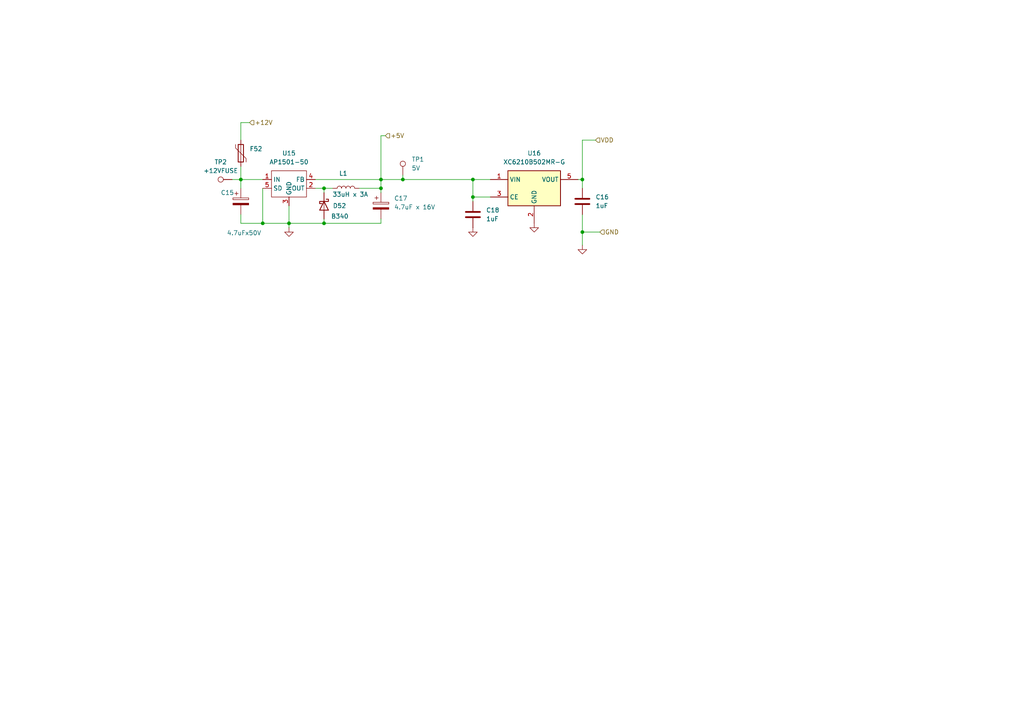
<source format=kicad_sch>
(kicad_sch (version 20250114) (generator "eeschema") (generator_version "9.0")
  (paper "A4")
  (lib_symbols
    (symbol "Connector:TestPoint" (pin_numbers (hide yes)) (pin_names (offset 0.762) (hide yes))
      (property "Reference" "TP" (at 0 6.858 0))
      (property "Value" "TestPoint" (at 0 5.08 0))
      (symbol "TestPoint_0_1"
        (circle (center 0 3.302) (radius 0.762))
      )
      (symbol "TestPoint_1_1"
        (pin passive line (at 0 0 90) (length 2.54) (name "1") (number "1"))
      )
    )
    (symbol "Device:C" (pin_numbers (hide yes)) (pin_names (offset 0.254))
      (property "Reference" "C" (at 0.635 2.54 0))
      (property "Value" "C" (at 0.635 -2.54 0))
      (symbol "C_0_1"
        (polyline (pts (xy -2.032 0.762) (xy 2.032 0.762)) (stroke (width 0.508)))
        (polyline (pts (xy -2.032 -0.762) (xy 2.032 -0.762)) (stroke (width 0.508)))
      )
      (symbol "C_1_1"
        (pin passive line (at 0 3.81 270) (length 2.794) (name "~") (number "1"))
        (pin passive line (at 0 -3.81 90) (length 2.794) (name "~") (number "2"))
      )
    )
    (symbol "Device:C_Polarized" (pin_numbers (hide yes)) (pin_names (offset 0.254))
      (property "Reference" "C" (at 0.635 2.54 0))
      (property "Value" "C_Polarized" (at 0.635 -2.54 0))
      (symbol "C_Polarized_0_1"
        (rectangle (start -2.286 0.508) (end 2.286 1.016))
        (polyline (pts (xy -1.778 2.286) (xy -0.762 2.286)))
        (polyline (pts (xy -1.27 2.794) (xy -1.27 1.778)))
        (rectangle (start 2.286 -0.508) (end -2.286 -1.016) (fill (type outline)))
      )
      (symbol "C_Polarized_1_1"
        (pin passive line (at 0 3.81 270) (length 2.794) (name "~") (number "1"))
        (pin passive line (at 0 -3.81 90) (length 2.794) (name "~") (number "2"))
      )
    )
    (symbol "Device:L" (pin_numbers (hide yes)) (pin_names (offset 1.016) (hide yes))
      (property "Reference" "L" (at -1.27 0 90))
      (property "Value" "L" (at 1.905 0 90))
      (symbol "L_0_1"
        (arc (start 0 2.54) (mid 0.6323 1.905) (end 0 1.27))
        (arc (start 0 1.27) (mid 0.6323 0.635) (end 0 0))
        (arc (start 0 0) (mid 0.6323 -0.635) (end 0 -1.27))
        (arc (start 0 -1.27) (mid 0.6323 -1.905) (end 0 -2.54))
      )
      (symbol "L_1_1"
        (pin passive line (at 0 3.81 270) (length 1.27) (name "1") (number "1"))
        (pin passive line (at 0 -3.81 90) (length 1.27) (name "2") (number "2"))
      )
    )
    (symbol "Device:Polyfuse" (pin_numbers (hide yes)) (pin_names (offset 0))
      (property "Reference" "F" (at -2.54 0 90))
      (property "Value" "Polyfuse" (at 2.54 0 90))
      (symbol "Polyfuse_0_1"
        (polyline (pts (xy -1.524 2.54) (xy -1.524 1.524) (xy 1.524 -1.524) (xy 1.524 -2.54)))
        (rectangle (start -0.762 2.54) (end 0.762 -2.54) (stroke (width 0.254)))
        (polyline (pts (xy 0 2.54) (xy 0 -2.54)))
      )
      (symbol "Polyfuse_1_1"
        (pin passive line (at 0 3.81 270) (length 1.27) (name "~") (number "1"))
        (pin passive line (at 0 -3.81 90) (length 1.27) (name "~") (number "2"))
      )
    )
    (symbol "Diode:B340" (pin_numbers (hide yes)) (pin_names (offset 1.016) (hide yes))
      (property "Reference" "D" (at 0 2.54 0))
      (property "Value" "B340" (at 0 -2.54 0))
      (symbol "B340_0_1"
        (polyline (pts (xy -1.905 0.635) (xy -1.905 1.27) (xy -1.27 1.27) (xy -1.27 -1.27) (xy -0.635 -1.27) (xy -0.635 -0.635)) (stroke (width 0.254)))
        (polyline (pts (xy 1.27 1.27) (xy 1.27 -1.27) (xy -1.27 0) (xy 1.27 1.27)) (stroke (width 0.254)))
        (polyline (pts (xy 1.27 0) (xy -1.27 0)))
      )
      (symbol "B340_1_1"
        (pin passive line (at -3.81 0 0) (length 2.54) (name "K") (number "1"))
        (pin passive line (at 3.81 0 180) (length 2.54) (name "A") (number "2"))
      )
    )
    (symbol "Regulator_Linear:XC6210B332MR"
      (property "Reference" "U" (at 0 8.89 0))
      (property "Value" "XC6210B332MR" (at 0 6.35 0))
      (symbol "XC6210B332MR_0_1"
        (rectangle (start -7.62 5.08) (end 7.62 -5.08) (stroke (width 0.254)) (fill (type background)))
      )
      (symbol "XC6210B332MR_1_1"
        (pin power_in line (at -12.7 2.54 0) (length 5.08) (name "VIN") (number "1"))
        (pin input line (at -12.7 -2.54 0) (length 5.08) (name "CE") (number "3"))
        (pin power_in line (at 0 -10.16 90) (length 5.08) (name "GND") (number "2"))
        (pin no_connect line (at 7.62 -2.54 180) (length 5.08) (hide yes) (name "NC") (number "4"))
        (pin power_out line (at 12.7 2.54 180) (length 5.08) (name "VOUT") (number "5"))
      )
    )
    (symbol "boat:AP1501"
      (property "Reference" "U" (at -4.064 3.81 0))
      (symbol "AP1501_0_1"
        (rectangle (start -5.08 2.54) (end 5.08 -5.08))
      )
      (symbol "AP1501_1_1"
        (pin input line (at -7.62 0 0) (length 2.54) (name "IN") (number "1"))
        (pin input line (at -7.62 -2.54 0) (length 2.54) (name "SD") (number "5"))
        (pin input line (at 0 -7.62 90) (length 2.54) (name "GND") (number "3"))
        (pin input line (at 7.62 0 180) (length 2.54) (name "FB") (number "4"))
        (pin output line (at 7.62 -2.54 180) (length 2.54) (name "OUT") (number "2"))
      )
    )
    (symbol "power:GND" (power) (pin_numbers (hide yes)) (pin_names (offset 0) (hide yes))
      (property "Value" "GND" (at 0 -3.81 0))
      (symbol "GND_0_1"
        (polyline (pts (xy 0 0) (xy 0 -1.27) (xy 1.27 -1.27) (xy 0 -2.54) (xy -1.27 -1.27) (xy 0 -1.27)))
      )
      (symbol "GND_1_1"
        (pin power_in line (at 0 0 270) (length 0) (name "~") (number "1"))
      )
    )
  )
  (junction (at 83.82 64.77))
  (junction (at 137.16 57.15))
  (junction (at 76.2 64.77))
  (junction (at 69.85 52.07))
  (junction (at 168.91 52.07))
  (junction (at 168.91 67.31))
  (junction (at 137.16 52.07))
  (junction (at 110.49 54.61))
  (junction (at 110.49 52.07))
  (junction (at 93.98 64.77))
  (junction (at 116.84 52.07))
  (junction (at 93.98 54.61))
  (wire (pts (xy 110.49 64.77) (xy 93.98 64.77)))
  (wire (pts (xy 137.16 52.07) (xy 137.16 57.15)))
  (wire (pts (xy 116.84 52.07) (xy 116.84 50.8)))
  (wire (pts (xy 67.31 52.07) (xy 69.85 52.07)))
  (wire (pts (xy 76.2 54.61) (xy 76.2 64.77)))
  (wire (pts (xy 110.49 63.5) (xy 110.49 64.77)))
  (wire (pts (xy 104.14 54.61) (xy 110.49 54.61)))
  (wire (pts (xy 110.49 39.37) (xy 110.49 52.07)))
  (wire (pts (xy 168.91 52.07) (xy 167.64 52.07)))
  (wire (pts (xy 93.98 54.61) (xy 96.52 54.61)))
  (wire (pts (xy 93.98 54.61) (xy 93.98 55.88)))
  (wire (pts (xy 168.91 67.31) (xy 173.99 67.31)))
  (wire (pts (xy 69.85 48.26) (xy 69.85 52.07)))
  (wire (pts (xy 110.49 39.37) (xy 111.76 39.37)))
  (wire (pts (xy 137.16 52.07) (xy 142.24 52.07)))
  (wire (pts (xy 83.82 64.77) (xy 83.82 66.04)))
  (wire (pts (xy 91.44 54.61) (xy 93.98 54.61)))
  (wire (pts (xy 168.91 52.07) (xy 168.91 54.61)))
  (wire (pts (xy 83.82 64.77) (xy 93.98 64.77)))
  (wire (pts (xy 168.91 40.64) (xy 172.72 40.64)))
  (wire (pts (xy 69.85 52.07) (xy 69.85 54.61)))
  (wire (pts (xy 137.16 52.07) (xy 116.84 52.07)))
  (wire (pts (xy 76.2 64.77) (xy 83.82 64.77)))
  (wire (pts (xy 110.49 52.07) (xy 110.49 54.61)))
  (wire (pts (xy 69.85 64.77) (xy 76.2 64.77)))
  (wire (pts (xy 69.85 35.56) (xy 69.85 40.64)))
  (wire (pts (xy 142.24 57.15) (xy 137.16 57.15)))
  (wire (pts (xy 83.82 64.77) (xy 83.82 59.69)))
  (wire (pts (xy 168.91 67.31) (xy 168.91 62.23)))
  (wire (pts (xy 69.85 62.23) (xy 69.85 64.77)))
  (wire (pts (xy 91.44 52.07) (xy 110.49 52.07)))
  (wire (pts (xy 69.85 52.07) (xy 76.2 52.07)))
  (wire (pts (xy 137.16 57.15) (xy 137.16 58.42)))
  (wire (pts (xy 168.91 40.64) (xy 168.91 52.07)))
  (wire (pts (xy 110.49 54.61) (xy 110.49 55.88)))
  (wire (pts (xy 110.49 52.07) (xy 116.84 52.07)))
  (wire (pts (xy 69.85 35.56) (xy 72.39 35.56)))
  (wire (pts (xy 93.98 63.5) (xy 93.98 64.77)))
  (wire (pts (xy 168.91 71.12) (xy 168.91 67.31)))
  (hierarchical_label "VDD" (shape input) (at 172.72 40.64 0))
  (hierarchical_label "GND" (shape input) (at 173.99 67.31 0))
  (hierarchical_label "+12V" (shape input) (at 72.39 35.56 0))
  (hierarchical_label "+5V" (shape input) (at 111.76 39.37 0))
  (symbol (lib_id "Device:C") (at 137.16 62.23 0) (unit 1)
    (property "Reference" "C18" (at 140.97 60.9599 0) (effects (justify left)))
    (property "Value" "1uF" (at 140.97 63.4999 0) (effects (justify left)))
    (property "Description" "Unpolarized capacitor" (effects (hide yes)))
  )
  (symbol (lib_id "Device:Polyfuse") (at 69.85 44.45 0) (unit 1)
    (property "Reference" "F52" (at 72.39 43.1799 0) (effects (justify left)))
    (property "Value" "Polyfuse" (effects (hide yes)))
    (property "Footprint" "Boat:F_Yageo_SMDL1812B260TF" (effects (hide yes)))
    (property "Description" "Resettable fuse, polymeric positive temperature coefficient" (effects (hide yes)))
  )
  (symbol (lib_id "Device:L") (at 100.33 54.61 90) (unit 1)
    (property "Reference" "L1" (at 99.568 50.292 90))
    (property "Value" "33uH x 3A" (at 101.6 56.388 90))
    (property "Footprint" "Boat:L_Abracon_AMDLA1004S-330MT" (effects (hide yes)))
    (property "Description" "Inductor" (effects (hide yes)))
  )
  (symbol (lib_id "Device:C") (at 168.91 58.42 0) (unit 1)
    (property "Reference" "C16" (at 172.72 57.1499 0) (effects (justify left)))
    (property "Value" "1uF" (at 172.72 59.6899 0) (effects (justify left)))
    (property "Description" "Unpolarized capacitor" (effects (hide yes)))
  )
  (symbol (lib_id "Connector:TestPoint") (at 67.31 52.07 90) (unit 1)
    (property "Reference" "TP2" (at 64.008 46.99 90))
    (property "Value" "+12VFUSE" (at 64.008 49.53 90))
    (property "Footprint" "TestPoint:TestPoint_Pad_D2.0mm" (effects (hide yes)))
    (property "Description" "test point" (effects (hide yes)))
  )
  (symbol (lib_id "power:GND") (at 137.16 66.04 0) (unit 1)
    (property "Reference" "#PWR0180" (effects (hide yes)))
    (property "Value" "GND" (effects (hide yes)))
    (property "Description" "Power symbol creates a global label with name \"GND\" , ground" (effects (hide yes)))
  )
  (symbol (lib_id "Connector:TestPoint") (at 116.84 50.8 0) (unit 1)
    (property "Reference" "TP1" (at 119.38 46.2279 0) (effects (justify left)))
    (property "Value" "5V" (at 119.38 48.7679 0) (effects (justify left)))
    (property "Footprint" "TestPoint:TestPoint_Pad_D2.0mm" (effects (hide yes)))
    (property "Description" "test point" (effects (hide yes)))
  )
  (symbol (lib_id "Device:C_Polarized") (at 69.85 58.42 0) (unit 1)
    (property "Reference" "C15" (at 64.008 55.88 0) (effects (justify left)))
    (property "Value" "4.7uFx50V" (at 65.786 67.564 0) (effects (justify left)))
    (property "Footprint" "Capacitor_SMD:C_Elec_5x5.4" (effects (hide yes)))
    (property "Description" "Polarized capacitor" (effects (hide yes)))
  )
  (symbol (lib_id "power:GND") (at 168.91 71.12 0) (unit 1)
    (property "Reference" "#PWR0183" (effects (hide yes)))
    (property "Value" "GND" (effects (hide yes)))
    (property "Description" "Power symbol creates a global label with name \"GND\" , ground" (effects (hide yes)))
  )
  (symbol (lib_id "Device:C_Polarized") (at 110.49 59.69 0) (unit 1)
    (property "Reference" "C17" (at 114.3 57.5309 0) (effects (justify left)))
    (property "Value" "4.7uF x 16V" (at 114.3 60.0709 0) (effects (justify left)))
    (property "Footprint" "Capacitor_SMD:C_Elec_5x5.4" (effects (hide yes)))
    (property "Description" "Polarized capacitor" (effects (hide yes)))
  )
  (symbol (lib_id "Regulator_Linear:XC6210B332MR") (at 154.94 54.61 0) (unit 1)
    (property "Reference" "U16" (at 154.94 44.45 0))
    (property "Value" "XC6210B502MR-G" (at 154.94 46.99 0))
    (property "Footprint" "Package_TO_SOT_SMD:SOT-23-5" (effects (hide yes)))
    (property "Datasheet" "https://www.torexsemi.com/file/xc6210/XC6210.pdf" (effects (hide yes)))
    (property "Description" "700mA, Low Drop-out Voltage Regulator, Fixed Output 3.3V, SOT-23-5" (effects (hide yes)))
  )
  (symbol (lib_id "power:GND") (at 154.94 64.77 0) (unit 1)
    (property "Reference" "#PWR0181" (effects (hide yes)))
    (property "Value" "GND" (effects (hide yes)))
    (property "Description" "Power symbol creates a global label with name \"GND\" , ground" (effects (hide yes)))
  )
  (symbol (lib_id "Diode:B340") (at 93.98 59.69 270) (unit 1)
    (property "Reference" "D52" (at 96.52 59.69 90) (effects (justify left)))
    (property "Value" "B340" (at 96.012 62.738 90) (effects (justify left)))
    (property "Footprint" "Diode_SMD:D_SMC" (effects (hide yes)))
    (property "Datasheet" "http://www.jameco.com/Jameco/Products/ProdDS/1538777.pdf" (effects (hide yes)))
    (property "Description" "40V 3A Schottky Barrier Rectifier Diode, SMC" (effects (hide yes)))
  )
  (symbol (lib_id "power:GND") (at 83.82 66.04 0) (unit 1)
    (property "Reference" "#PWR0178" (effects (hide yes)))
    (property "Value" "GND" (effects (hide yes)))
    (property "Description" "Power symbol creates a global label with name \"GND\" , ground" (effects (hide yes)))
  )
  (symbol (lib_id "boat:AP1501") (at 83.82 52.07 0) (unit 1)
    (property "Reference" "U15" (at 83.82 44.45 0))
    (property "Value" "AP1501-50" (at 83.82 46.99 0))
    (property "Footprint" "Package_TO_SOT_SMD:TO-263-5_TabPin3" (effects (hide yes)))
  )
)
</source>
